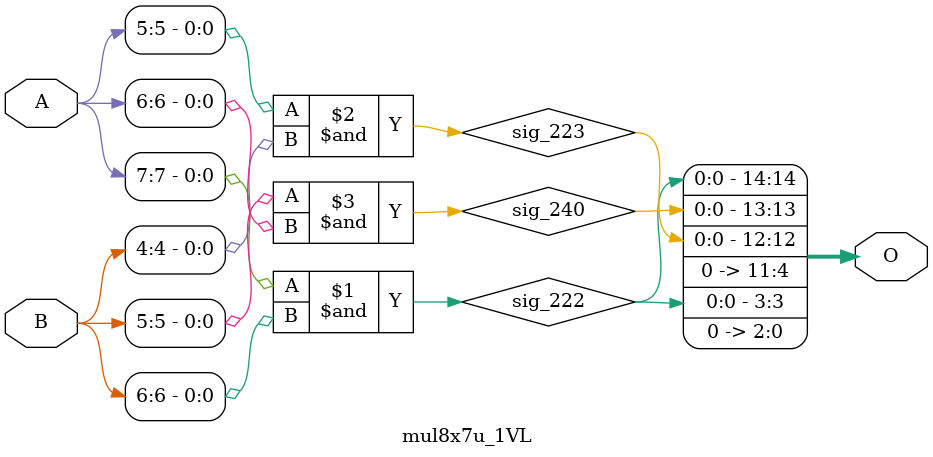
<source format=v>
/***
* This code is a part of EvoApproxLib library (ehw.fit.vutbr.cz/approxlib) distributed under The MIT License.
* When used, please cite the following article(s): V. Mrazek, L. Sekanina, Z. Vasicek "Libraries of Approximate Circuits: Automated Design and Application in CNN Accelerators" IEEE Journal on Emerging and Selected Topics in Circuits and Systems, Vol 10, No 4, 2020 
* This file contains a circuit from a sub-set of pareto optimal circuits with respect to the pwr and mse parameters
***/
// MAE% = 8.05 %
// MAE = 2637 
// WCE% = 30.62 %
// WCE = 10033 
// WCRE% = 700.00 %
// EP% = 98.83 %
// MRE% = 64.51 %
// MSE = 11896.765e3 
// PDK45_PWR = 0.00089 mW
// PDK45_AREA = 7.0 um2
// PDK45_DELAY = 0.04 ns

module mul8x7u_1VL (
    A,
    B,
    O
);

input [7:0] A;
input [6:0] B;
output [14:0] O;

wire sig_222,sig_223,sig_240;

assign sig_222 = A[7] & B[6];
assign sig_223 = A[5] & B[4];
assign sig_240 = B[5] & A[6];

assign O[14] = sig_222;
assign O[13] = sig_240;
assign O[12] = sig_223;
assign O[11] = 1'b0;
assign O[10] = 1'b0;
assign O[9] = 1'b0;
assign O[8] = 1'b0;
assign O[7] = 1'b0;
assign O[6] = 1'b0;
assign O[5] = 1'b0;
assign O[4] = 1'b0;
assign O[3] = sig_222;
assign O[2] = 1'b0;
assign O[1] = 1'b0;
assign O[0] = 1'b0;

endmodule



</source>
